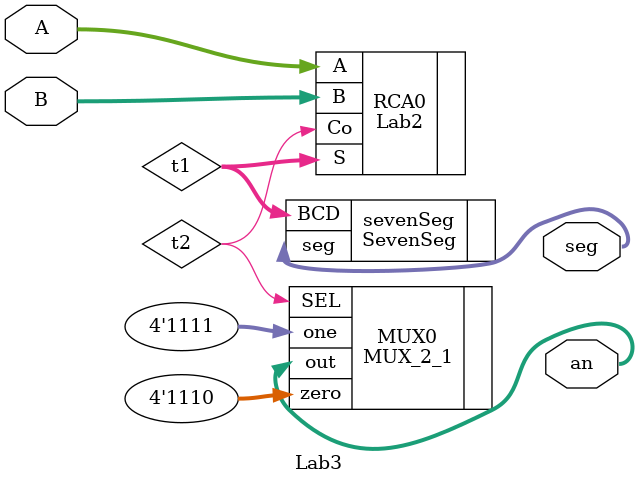
<source format=sv>
`timescale 1ns / 1ps


module Lab3(
    input [3:0] A,
    input [3:0] B,
    output [6:0] seg,
    output [3:0] an
    );
    
    logic t2;
    logic [3:0] t1;
    
    Lab2 RCA0 (  .A(A), .B(B), .S(t1), .Co(t2) );
    SevenSeg sevenSeg ( .BCD(t1), .seg(seg) );
    MUX_2_1#(3) MUX0 ( .zero(4'b1110), .one(4'b1111), .SEL(t2), .out(an) );
    
endmodule

</source>
